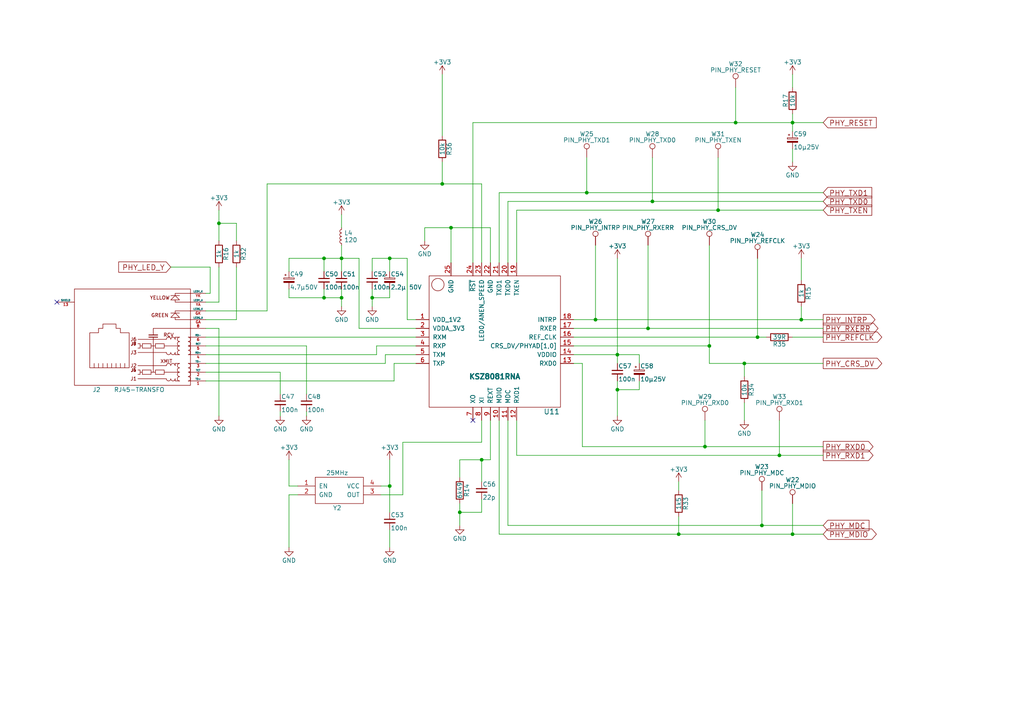
<source format=kicad_sch>
(kicad_sch (version 20231120) (generator "eeschema") (generator_version "8.0")
  (paper "A4")
  (lib_symbols
    (symbol "TEST4-rescue:+3.3V" (power) (pin_names (offset 0))
      (property "Value" "+3.3V" (at 0 3.556 0))
      (symbol "+3.3V_0_1"
        (polyline (pts (xy -0.762 1.27) (xy 0 2.54)))
        (polyline (pts (xy 0 0) (xy 0 2.54)))
        (polyline (pts (xy 0 2.54) (xy 0.762 1.27)))
      )
      (symbol "+3.3V_1_1"
        (pin power_in line (at 0 0 90) (length 0) hide (name "+3V3") (number "1"))
      )
    )
    (symbol "TEST4-rescue:CP_Small" (pin_numbers hide) (pin_names (offset 0.254) hide)
      (property "Reference" "C" (at 0.254 1.778 0))
      (property "Value" "CP_Small" (at 0.254 -2.032 0))
      (symbol "CP_Small_0_1"
        (rectangle (start -1.524 -0.3048) (end 1.524 -0.6858) (fill (type outline)))
        (rectangle (start -1.524 0.6858) (end 1.524 0.3048))
        (polyline (pts (xy -1.27 1.524) (xy -0.762 1.524)))
        (polyline (pts (xy -1.016 1.27) (xy -1.016 1.778)))
      )
      (symbol "CP_Small_1_1"
        (pin passive line (at 0 2.54 270) (length 1.8542) (name "~") (number "1"))
        (pin passive line (at 0 -2.54 90) (length 1.8542) (name "~") (number "2"))
      )
    )
    (symbol "TEST4-rescue:C_Small" (pin_numbers hide) (pin_names (offset 0.254) hide)
      (property "Reference" "C" (at 0.254 1.778 0))
      (property "Value" "C_Small" (at 0.254 -2.032 0))
      (symbol "C_Small_0_1"
        (polyline (pts (xy -1.524 -0.508) (xy 1.524 -0.508)) (stroke (width 0.3302)))
        (polyline (pts (xy -1.524 0.508) (xy 1.524 0.508)) (stroke (width 0.3048)))
      )
      (symbol "C_Small_1_1"
        (pin passive line (at 0 2.54 270) (length 2.032) (name "~") (number "1"))
        (pin passive line (at 0 -2.54 90) (length 2.032) (name "~") (number "2"))
      )
    )
    (symbol "TEST4-rescue:GND" (power) (pin_names (offset 0))
      (property "Value" "GND" (at 0 -3.81 0))
      (symbol "GND_0_1"
        (polyline (pts (xy 0 0) (xy 0 -1.27) (xy 1.27 -1.27) (xy 0 -2.54) (xy -1.27 -1.27) (xy 0 -1.27)))
      )
      (symbol "GND_1_1"
        (pin power_in line (at 0 0 270) (length 0) hide (name "GND") (number "1"))
      )
    )
    (symbol "TEST4-rescue:KSZ8081RNA" (pin_names (offset 1.016))
      (property "Reference" "U" (at 16.51 -20.32 0))
      (property "Value" "KSZ8081RNA" (at 0 -10.16 0))
      (symbol "KSZ8081RNA_0_1"
        (rectangle (start -19.05 19.05) (end 19.05 -19.05))
        (circle (center -16.51 16.51) (radius 1.8034))
      )
      (symbol "KSZ8081RNA_1_1"
        (pin passive line (at -22.86 6.35 0) (length 3.81) (name "VDD_1V2") (number "1"))
        (pin passive line (at 1.27 -22.86 90) (length 3.81) (name "MDIO") (number "10"))
        (pin passive line (at 3.81 -22.86 90) (length 3.81) (name "MDC") (number "11"))
        (pin passive line (at 6.35 -22.86 90) (length 3.81) (name "RXD1") (number "12"))
        (pin passive line (at 22.86 -6.35 180) (length 3.81) (name "RXD0") (number "13"))
        (pin passive line (at 22.86 -3.81 180) (length 3.81) (name "VDDIO") (number "14"))
        (pin passive line (at 22.86 -1.27 180) (length 3.81) (name "CRS_DV/PHYAD[1,0]") (number "15"))
        (pin passive line (at 22.86 1.27 180) (length 3.81) (name "REF_CLK") (number "16"))
        (pin passive line (at 22.86 3.81 180) (length 3.81) (name "RXER") (number "17"))
        (pin passive line (at 22.86 6.35 180) (length 3.81) (name "INTRP") (number "18"))
        (pin passive line (at 6.35 22.86 270) (length 3.81) (name "TXEN") (number "19"))
        (pin passive line (at -22.86 3.81 0) (length 3.81) (name "VDDA_3V3") (number "2"))
        (pin passive line (at 3.81 22.86 270) (length 3.81) (name "TXD0") (number "20"))
        (pin passive line (at 1.27 22.86 270) (length 3.81) (name "TXD1") (number "21"))
        (pin passive line (at -1.27 22.86 270) (length 3.81) (name "GND") (number "22"))
        (pin passive line (at -3.81 22.86 270) (length 3.81) (name "LED0/ANEN_SPEED") (number "23"))
        (pin passive line (at -6.35 22.86 270) (length 3.81) (name "~{RST}") (number "24"))
        (pin passive line (at -12.7 22.86 270) (length 3.81) (name "GND") (number "25"))
        (pin passive line (at -22.86 1.27 0) (length 3.81) (name "RXM") (number "3"))
        (pin passive line (at -22.86 -1.27 0) (length 3.81) (name "RXP") (number "4"))
        (pin passive line (at -22.86 -3.81 0) (length 3.81) (name "TXM") (number "5"))
        (pin passive line (at -22.86 -6.35 0) (length 3.81) (name "TXP") (number "6"))
        (pin passive line (at -6.35 -22.86 90) (length 3.81) (name "XO") (number "7"))
        (pin passive line (at -3.81 -22.86 90) (length 3.81) (name "XI") (number "8"))
        (pin passive line (at -1.27 -22.86 90) (length 3.81) (name "REXT") (number "9"))
      )
    )
    (symbol "TEST4-rescue:L_Small" (pin_numbers hide) (pin_names (offset 0.254) hide)
      (property "Reference" "L" (at 0.762 1.016 0))
      (property "Value" "L_Small" (at 0.762 -1.016 0))
      (symbol "L_Small_0_1"
        (arc (start 0 -1.016) (mid -0.508 -1.524) (end 0 -2.032))
        (arc (start 0 0) (mid -0.508 -0.508) (end 0 -1.016))
        (arc (start 0 1.016) (mid -0.508 0.508) (end 0 0))
        (arc (start 0 2.032) (mid -0.508 1.524) (end 0 1.016))
      )
      (symbol "L_Small_1_1"
        (pin passive line (at 0 2.54 270) (length 0.508) (name "~") (number "1"))
        (pin passive line (at 0 -2.54 90) (length 0.508) (name "~") (number "2"))
      )
    )
    (symbol "TEST4-rescue:OSC_XO91" (pin_names (offset 1.016))
      (property "Reference" "Y" (at 0 -5.08 0))
      (property "Value" "OSC_XO91" (at 0 5.08 0))
      (symbol "OSC_XO91_0_1"
        (rectangle (start -6.35 3.81) (end 7.62 -3.81))
      )
      (symbol "OSC_XO91_1_1"
        (pin input line (at -11.43 1.27 0) (length 5.08) (name "EN") (number "1"))
        (pin power_in line (at -11.43 -1.27 0) (length 5.08) (name "GND") (number "2"))
        (pin input line (at 12.7 -1.27 180) (length 5.08) (name "OUT") (number "3"))
        (pin power_in line (at 12.7 1.27 180) (length 5.08) (name "VCC") (number "4"))
      )
    )
    (symbol "TEST4-rescue:R" (pin_numbers hide) (pin_names (offset 0))
      (property "Reference" "R" (at 2.032 0 90))
      (property "Value" "R" (at 0 0 90))
      (symbol "R_0_1"
        (rectangle (start -1.016 -2.54) (end 1.016 2.54) (stroke (width 0.254)))
      )
      (symbol "R_1_1"
        (pin passive line (at 0 3.81 270) (length 1.27) (name "~") (number "1"))
        (pin passive line (at 0 -3.81 90) (length 1.27) (name "~") (number "2"))
      )
    )
    (symbol "TEST4-rescue:RJ45-TRANSFO" (pin_names (offset 0))
      (property "Reference" "J" (at 2.54 15.24 0))
      (property "Value" "RJ45-TRANSFO" (at -1.27 15.24 0))
      (symbol "RJ45-TRANSFO_0_0"
        (polyline (pts (xy -17.78 -12.065) (xy -20.32 -12.065) (xy -20.32 -12.065)))
        (polyline (pts (xy -17.78 -6.985) (xy -20.32 -6.985) (xy -20.32 -6.985)))
        (polyline (pts (xy -12.7 2.54) (xy -12.7 0) (xy -12.7 0)))
        (polyline (pts (xy -12.7 10.16) (xy -12.7 2.54) (xy -12.7 2.54)))
        (polyline (pts (xy -11.43 -0.635) (xy -13.97 -0.635) (xy -13.97 -0.635)) (stroke (width 0.254)))
        (polyline (pts (xy -8.89 2.54) (xy -9.525 2.54) (xy -9.525 2.54)))
        (polyline (pts (xy -8.89 10.16) (xy -9.525 10.16) (xy -9.525 10.16)))
        (polyline (pts (xy -23.495 -12.7) (xy -19.05 -12.7) (xy -19.05 -12.065) (xy -19.05 -12.065)))
        (polyline (pts (xy -23.495 -10.16) (xy -19.05 -10.16) (xy -19.05 -10.795) (xy -19.05 -10.795)))
        (polyline (pts (xy -23.495 -5.08) (xy -19.05 -5.08) (xy -19.05 -5.715) (xy -19.05 -5.715)))
        (polyline (pts (xy -19.05 -6.985) (xy -19.05 -7.62) (xy -23.495 -7.62) (xy -22.86 -7.62)))
        (polyline (pts (xy -12.7 -0.635) (xy -12.7 -2.54) (xy -23.495 -2.54) (xy -22.225 -2.54)))
        (polyline (pts (xy -11.43 0) (xy -13.335 0) (xy -13.97 0) (xy -13.97 0)) (stroke (width 0.254)))
        (polyline (pts (xy -20.32 -5.715) (xy -17.78 -5.715) (xy -19.05 -6.985) (xy -20.32 -5.715) (xy -20.32 -5.715)))
        (polyline (pts (xy -17.78 -10.795) (xy -20.32 -10.795) (xy -19.05 -12.065) (xy -17.78 -10.795) (xy -17.78 -10.795)))
        (polyline (pts (xy -8.255 3.175) (xy -8.89 3.175) (xy -8.89 1.905) (xy -8.255 1.905) (xy -8.255 1.905)))
        (polyline (pts (xy -8.255 10.795) (xy -8.89 10.795) (xy -8.89 9.525) (xy -8.255 9.525) (xy -8.255 9.525)))
        (text "GREEN" (at -14.605 -6.35 0) (effects (font (size 1.016 1.016))))
        (text "J1" (at -6.985 12.065 0) (effects (font (size 1.016 1.016))))
        (text "J2" (at -6.985 8.255 0) (effects (font (size 1.016 1.016))))
        (text "J3" (at -6.985 4.445 0) (effects (font (size 1.016 1.016))))
        (text "J4" (at -6.985 10.16 0) (effects (font (size 0.889 0.889)) (justify bottom)))
        (text "J5" (at -6.985 9.525 0) (effects (font (size 0.889 0.889))))
        (text "J6" (at -6.985 0.635 0) (effects (font (size 1.016 1.016))))
        (text "J7" (at -6.985 2.54 0) (effects (font (size 0.889 0.889)) (justify bottom)))
        (text "J8" (at -6.985 1.905 0) (effects (font (size 0.889 0.889))))
        (text "RCV" (at -17.145 -0.635 0) (effects (font (size 1.016 1.016))))
        (text "XMIT" (at -16.51 6.985 0) (effects (font (size 1.016 1.016))))
        (text "YELLOW" (at -14.605 -11.43 0) (effects (font (size 1.016 1.016))))
      )
      (symbol "RJ45-TRANSFO_0_1"
        (rectangle (start -23.495 -13.97) (end 10.16 13.97))
        (arc (start -22.86 1.27) (mid -23.495 0.635) (end -22.86 0))
        (arc (start -22.86 2.54) (mid -23.495 1.905) (end -22.86 1.27))
        (arc (start -22.86 3.81) (mid -23.495 3.175) (end -22.86 2.54))
        (arc (start -22.86 5.08) (mid -23.495 4.445) (end -22.86 3.81))
        (arc (start -22.86 8.89) (mid -23.495 8.255) (end -22.86 7.62))
        (arc (start -22.86 10.16) (mid -23.495 9.525) (end -22.86 8.89))
        (arc (start -22.86 11.43) (mid -23.495 10.795) (end -22.86 10.16))
        (arc (start -22.86 12.7) (mid -23.495 12.065) (end -22.86 11.43))
        (arc (start -20.32 0) (mid -19.685 0.635) (end -20.32 1.27))
        (arc (start -20.32 1.27) (mid -19.685 1.905) (end -20.32 2.54))
        (arc (start -20.32 2.54) (mid -19.685 3.175) (end -20.32 3.81))
        (arc (start -20.32 3.81) (mid -19.685 4.445) (end -20.32 5.08))
        (arc (start -20.32 7.62) (mid -19.685 8.255) (end -20.32 8.89))
        (arc (start -20.32 8.89) (mid -19.685 9.525) (end -20.32 10.16))
        (arc (start -20.32 10.16) (mid -19.685 10.795) (end -20.32 11.43))
        (arc (start -20.32 11.43) (mid -19.685 12.065) (end -20.32 12.7))
        (arc (start -19.05 0.635) (mid -18.415 0) (end -17.78 0.635))
        (arc (start -19.05 8.255) (mid -18.415 7.62) (end -17.78 8.255))
        (arc (start -17.78 0.635) (mid -17.145 0) (end -16.51 0.635))
        (arc (start -17.78 4.445) (mid -18.415 5.08) (end -19.05 4.445))
        (arc (start -17.78 8.255) (mid -17.145 7.62) (end -16.51 8.255))
        (arc (start -17.78 12.065) (mid -18.415 12.7) (end -19.05 12.065))
        (arc (start -16.51 4.445) (mid -17.145 5.08) (end -17.78 4.445))
        (arc (start -16.51 12.065) (mid -17.145 12.7) (end -17.78 12.065))
        (rectangle (start -15.875 3.175) (end -13.335 1.905))
        (rectangle (start -15.875 10.795) (end -13.335 9.525))
        (rectangle (start -12.065 3.175) (end -9.525 1.905))
        (rectangle (start -12.065 10.795) (end -9.525 9.525))
        (polyline (pts (xy -22.86 0) (xy -23.495 0) (xy -23.495 0)))
        (polyline (pts (xy -22.86 2.54) (xy -23.495 2.54) (xy -23.495 2.54)))
        (polyline (pts (xy -22.86 5.08) (xy -23.495 5.08) (xy -23.495 5.08)))
        (polyline (pts (xy -22.86 7.62) (xy -23.495 7.62) (xy -23.495 7.62)))
        (polyline (pts (xy -22.86 10.16) (xy -23.495 10.16) (xy -23.495 10.16)))
        (polyline (pts (xy -16.51 0.635) (xy -8.255 0.635) (xy -8.255 0.635)))
        (polyline (pts (xy -16.51 4.445) (xy -8.255 4.445) (xy -8.255 4.445)))
        (polyline (pts (xy -16.51 8.255) (xy -8.255 8.255) (xy -8.255 8.255)))
        (polyline (pts (xy -16.51 12.065) (xy -8.255 12.065) (xy -8.255 12.065)))
        (polyline (pts (xy -13.335 2.54) (xy -12.065 2.54) (xy -12.065 2.54)))
        (polyline (pts (xy -13.335 10.16) (xy -12.065 10.16) (xy -12.065 10.16)))
        (polyline (pts (xy -4.445 7.62) (xy -4.445 8.89) (xy -4.445 8.89)))
        (polyline (pts (xy -3.175 8.89) (xy -3.175 7.62) (xy -3.175 7.62)))
        (polyline (pts (xy -1.905 8.89) (xy -1.905 7.62) (xy -1.905 7.62)))
        (polyline (pts (xy -0.635 8.89) (xy -0.635 7.62) (xy -0.635 7.62)))
        (polyline (pts (xy 0.635 8.89) (xy 0.635 7.62) (xy 0.635 7.62)))
        (polyline (pts (xy 1.905 8.89) (xy 1.905 7.62) (xy 1.905 7.62)))
        (polyline (pts (xy 3.175 7.62) (xy 3.175 8.89) (xy 3.175 8.89)))
        (polyline (pts (xy 4.445 7.62) (xy 4.445 8.89) (xy 4.445 8.89)))
        (polyline (pts (xy -22.86 12.7) (xy -23.495 12.7) (xy -23.495 12.7) (xy -23.495 12.7)))
        (polyline (pts (xy -19.05 0.635) (xy -19.05 0) (xy -20.32 0) (xy -20.32 0)))
        (polyline (pts (xy -19.05 8.255) (xy -19.05 7.62) (xy -20.32 7.62) (xy -20.32 7.62)))
        (polyline (pts (xy -15.875 2.54) (xy -20.32 2.54) (xy -20.32 2.54) (xy -20.32 2.54)))
        (polyline (pts (xy -15.875 10.16) (xy -20.32 10.16) (xy -20.32 10.16) (xy -20.32 10.16)))
        (polyline (pts (xy -20.32 5.08) (xy -19.05 5.08) (xy -19.05 4.445) (xy -19.05 4.445) (xy -19.05 4.445) (xy -19.05 4.445)))
        (polyline (pts (xy -20.32 12.7) (xy -19.05 12.7) (xy -19.05 12.065) (xy -19.05 12.065) (xy -19.05 12.065) (xy -19.05 12.065)))
        (polyline (pts (xy -5.715 8.89) (xy 5.715 8.89) (xy 5.715 -1.27) (xy 3.175 -1.27) (xy 3.175 -2.54) (xy 1.905 -2.54) (xy 1.905 -3.81) (xy -1.905 -3.81) (xy -1.905 -2.54) (xy -3.175 -2.54) (xy -3.175 -1.27) (xy -5.715 -1.27) (xy -5.715 8.89) (xy -5.715 8.89)))
      )
      (symbol "RJ45-TRANSFO_1_1"
        (pin passive line (at -27.94 12.7 0) (length 4.445) (name "TD+") (number "1"))
        (pin passive line (at 15.24 -10.16 180) (length 5.08) (name "SHIELD") (number "13"))
        (pin passive line (at -27.94 10.16 0) (length 4.445) (name "TCT") (number "2"))
        (pin passive line (at -27.94 7.62 0) (length 4.445) (name "TD-") (number "3"))
        (pin passive line (at -27.94 5.08 0) (length 4.445) (name "RD+") (number "4"))
        (pin passive line (at -27.94 2.54 0) (length 4.445) (name "RCT") (number "5"))
        (pin passive line (at -27.94 0 0) (length 4.445) (name "RD-") (number "6"))
        (pin passive line (at -27.94 -2.54 0) (length 4.445) (name "~") (number "8"))
        (pin passive line (at -27.94 -5.08 0) (length 4.445) (name "LEDG_A") (number "GA"))
        (pin passive line (at -27.94 -7.62 0) (length 4.445) (name "LEDG_K") (number "GK"))
        (pin passive line (at -27.94 -10.16 0) (length 4.445) (name "LEDY_A") (number "YA"))
        (pin passive line (at -27.94 -12.7 0) (length 4.445) (name "LEDY_K") (number "YK"))
      )
    )
    (symbol "TEST4-rescue:TEST_1P" (pin_numbers hide) (pin_names (offset 0.762) hide)
      (property "Reference" "W" (at 0 6.858 0))
      (property "Value" "TEST_1P" (at 0 5.08 0))
      (symbol "TEST_1P_0_1"
        (circle (center 0 3.302) (radius 0.762))
      )
      (symbol "TEST_1P_1_1"
        (pin passive line (at 0 0 90) (length 2.54) (name "1") (number "1"))
      )
    )
  )
  (junction (at 63.5 64.77))
  (junction (at 226.06 132.08))
  (junction (at 128.27 53.34))
  (junction (at 187.96 95.25))
  (junction (at 113.03 140.97))
  (junction (at 93.98 74.93))
  (junction (at 219.71 97.79))
  (junction (at 133.35 148.59))
  (junction (at 204.47 129.54))
  (junction (at 113.03 74.93))
  (junction (at 232.41 92.71))
  (junction (at 229.87 154.94))
  (junction (at 215.9 105.41))
  (junction (at 220.98 152.4))
  (junction (at 93.98 86.36))
  (junction (at 179.07 113.03))
  (junction (at 196.85 154.94))
  (junction (at 205.74 100.33))
  (junction (at 179.07 102.87))
  (junction (at 99.06 86.36))
  (junction (at 107.95 86.36))
  (junction (at 130.81 66.04))
  (junction (at 170.18 55.88))
  (junction (at 172.72 92.71))
  (junction (at 189.23 58.42))
  (junction (at 229.87 35.56))
  (junction (at 213.36 35.56))
  (junction (at 139.7 133.35))
  (junction (at 208.28 60.96))
  (junction (at 99.06 74.93))
  (no_connect (at 16.51 87.63))
  (no_connect (at 137.16 121.92))
  (wire (pts (xy 128.27 53.34) (xy 139.7 53.34)))
  (wire (pts (xy 229.87 43.18) (xy 229.87 46.99)))
  (wire (pts (xy 111.76 102.87) (xy 120.65 102.87)))
  (wire (pts (xy 170.18 45.72) (xy 170.18 55.88)))
  (wire (pts (xy 185.42 113.03) (xy 179.07 113.03)))
  (wire (pts (xy 215.9 116.84) (xy 215.9 121.92)))
  (wire (pts (xy 77.47 53.34) (xy 77.47 90.17)))
  (wire (pts (xy 113.03 158.75) (xy 113.03 153.67)))
  (wire (pts (xy 229.87 35.56) (xy 229.87 38.1)))
  (wire (pts (xy 179.07 113.03) (xy 179.07 120.65)))
  (wire (pts (xy 63.5 64.77) (xy 68.58 64.77)))
  (wire (pts (xy 88.9 119.38) (xy 88.9 120.65)))
  (wire (pts (xy 63.5 87.63) (xy 59.69 87.63)))
  (wire (pts (xy 113.03 133.35) (xy 113.03 140.97)))
  (wire (pts (xy 130.81 66.04) (xy 130.81 76.2)))
  (wire (pts (xy 196.85 149.86) (xy 196.85 154.94)))
  (wire (pts (xy 107.95 86.36) (xy 107.95 88.9)))
  (wire (pts (xy 128.27 46.99) (xy 128.27 53.34)))
  (wire (pts (xy 232.41 74.93) (xy 232.41 81.28)))
  (wire (pts (xy 133.35 148.59) (xy 133.35 152.4)))
  (wire (pts (xy 83.82 83.82) (xy 83.82 86.36)))
  (wire (pts (xy 68.58 92.71) (xy 59.69 92.71)))
  (wire (pts (xy 60.96 85.09) (xy 60.96 77.47)))
  (wire (pts (xy 166.37 95.25) (xy 187.96 95.25)))
  (wire (pts (xy 149.86 132.08) (xy 226.06 132.08)))
  (wire (pts (xy 179.07 74.93) (xy 179.07 102.87)))
  (wire (pts (xy 109.22 102.87) (xy 109.22 100.33)))
  (wire (pts (xy 205.74 100.33) (xy 205.74 105.41)))
  (wire (pts (xy 114.3 105.41) (xy 120.65 105.41)))
  (wire (pts (xy 170.18 55.88) (xy 238.76 55.88)))
  (wire (pts (xy 229.87 154.94) (xy 238.76 154.94)))
  (wire (pts (xy 187.96 95.25) (xy 238.76 95.25)))
  (wire (pts (xy 63.5 64.77) (xy 63.5 69.85)))
  (wire (pts (xy 147.32 58.42) (xy 147.32 76.2)))
  (wire (pts (xy 113.03 140.97) (xy 113.03 148.59)))
  (wire (pts (xy 149.86 76.2) (xy 149.86 60.96)))
  (wire (pts (xy 113.03 140.97) (xy 110.49 140.97)))
  (wire (pts (xy 118.11 92.71) (xy 118.11 74.93)))
  (wire (pts (xy 229.87 21.59) (xy 229.87 25.4)))
  (wire (pts (xy 185.42 102.87) (xy 185.42 105.41)))
  (wire (pts (xy 59.69 102.87) (xy 109.22 102.87)))
  (wire (pts (xy 81.28 107.95) (xy 81.28 114.3)))
  (wire (pts (xy 59.69 95.25) (xy 63.5 95.25)))
  (wire (pts (xy 189.23 58.42) (xy 238.76 58.42)))
  (wire (pts (xy 63.5 60.96) (xy 63.5 64.77)))
  (wire (pts (xy 205.74 105.41) (xy 215.9 105.41)))
  (wire (pts (xy 133.35 148.59) (xy 139.7 148.59)))
  (wire (pts (xy 179.07 102.87) (xy 185.42 102.87)))
  (wire (pts (xy 81.28 119.38) (xy 81.28 120.65)))
  (wire (pts (xy 166.37 105.41) (xy 168.91 105.41)))
  (wire (pts (xy 196.85 139.7) (xy 196.85 142.24)))
  (wire (pts (xy 83.82 143.51) (xy 86.36 143.51)))
  (wire (pts (xy 172.72 71.12) (xy 172.72 92.71)))
  (wire (pts (xy 172.72 92.71) (xy 232.41 92.71)))
  (wire (pts (xy 168.91 105.41) (xy 168.91 129.54)))
  (wire (pts (xy 137.16 35.56) (xy 137.16 76.2)))
  (wire (pts (xy 144.78 154.94) (xy 196.85 154.94)))
  (wire (pts (xy 113.03 83.82) (xy 113.03 86.36)))
  (wire (pts (xy 229.87 35.56) (xy 238.76 35.56)))
  (wire (pts (xy 205.74 71.12) (xy 205.74 100.33)))
  (wire (pts (xy 142.24 133.35) (xy 142.24 121.92)))
  (wire (pts (xy 93.98 83.82) (xy 93.98 86.36)))
  (wire (pts (xy 166.37 100.33) (xy 205.74 100.33)))
  (wire (pts (xy 144.78 121.92) (xy 144.78 154.94)))
  (wire (pts (xy 139.7 133.35) (xy 142.24 133.35)))
  (wire (pts (xy 113.03 74.93) (xy 113.03 78.74)))
  (wire (pts (xy 168.91 129.54) (xy 204.47 129.54)))
  (wire (pts (xy 189.23 45.72) (xy 189.23 58.42)))
  (wire (pts (xy 116.84 128.27) (xy 139.7 128.27)))
  (wire (pts (xy 128.27 21.59) (xy 128.27 39.37)))
  (wire (pts (xy 166.37 97.79) (xy 219.71 97.79)))
  (wire (pts (xy 93.98 86.36) (xy 99.06 86.36)))
  (wire (pts (xy 93.98 74.93) (xy 83.82 74.93)))
  (wire (pts (xy 137.16 35.56) (xy 213.36 35.56)))
  (wire (pts (xy 232.41 92.71) (xy 238.76 92.71)))
  (wire (pts (xy 147.32 121.92) (xy 147.32 152.4)))
  (wire (pts (xy 59.69 85.09) (xy 60.96 85.09)))
  (wire (pts (xy 99.06 71.12) (xy 99.06 74.93)))
  (wire (pts (xy 147.32 58.42) (xy 189.23 58.42)))
  (wire (pts (xy 149.86 121.92) (xy 149.86 132.08)))
  (wire (pts (xy 59.69 107.95) (xy 81.28 107.95)))
  (wire (pts (xy 59.69 97.79) (xy 120.65 97.79)))
  (wire (pts (xy 133.35 133.35) (xy 139.7 133.35)))
  (wire (pts (xy 232.41 88.9) (xy 232.41 92.71)))
  (wire (pts (xy 133.35 138.43) (xy 133.35 133.35)))
  (wire (pts (xy 123.19 66.04) (xy 130.81 66.04)))
  (wire (pts (xy 208.28 45.72) (xy 208.28 60.96)))
  (wire (pts (xy 215.9 105.41) (xy 238.76 105.41)))
  (wire (pts (xy 59.69 110.49) (xy 114.3 110.49)))
  (wire (pts (xy 229.87 97.79) (xy 238.76 97.79)))
  (wire (pts (xy 220.98 142.24) (xy 220.98 152.4)))
  (wire (pts (xy 83.82 74.93) (xy 83.82 78.74)))
  (wire (pts (xy 215.9 105.41) (xy 215.9 109.22)))
  (wire (pts (xy 88.9 100.33) (xy 88.9 114.3)))
  (wire (pts (xy 63.5 95.25) (xy 63.5 120.65)))
  (wire (pts (xy 110.49 143.51) (xy 116.84 143.51)))
  (wire (pts (xy 107.95 74.93) (xy 107.95 78.74)))
  (wire (pts (xy 142.24 66.04) (xy 142.24 76.2)))
  (wire (pts (xy 133.35 146.05) (xy 133.35 148.59)))
  (wire (pts (xy 59.69 100.33) (xy 88.9 100.33)))
  (wire (pts (xy 113.03 74.93) (xy 107.95 74.93)))
  (wire (pts (xy 147.32 152.4) (xy 220.98 152.4)))
  (wire (pts (xy 118.11 74.93) (xy 113.03 74.93)))
  (wire (pts (xy 185.42 110.49) (xy 185.42 113.03)))
  (wire (pts (xy 226.06 121.92) (xy 226.06 132.08)))
  (wire (pts (xy 99.06 74.93) (xy 99.06 78.74)))
  (wire (pts (xy 111.76 105.41) (xy 111.76 102.87)))
  (wire (pts (xy 116.84 143.51) (xy 116.84 128.27)))
  (wire (pts (xy 204.47 121.92) (xy 204.47 129.54)))
  (wire (pts (xy 123.19 69.85) (xy 123.19 66.04)))
  (wire (pts (xy 226.06 132.08) (xy 238.76 132.08)))
  (wire (pts (xy 229.87 33.02) (xy 229.87 35.56)))
  (wire (pts (xy 166.37 102.87) (xy 179.07 102.87)))
  (wire (pts (xy 196.85 154.94) (xy 229.87 154.94)))
  (wire (pts (xy 139.7 121.92) (xy 139.7 128.27)))
  (wire (pts (xy 63.5 77.47) (xy 63.5 87.63)))
  (wire (pts (xy 68.58 77.47) (xy 68.58 92.71)))
  (wire (pts (xy 83.82 158.75) (xy 83.82 143.51)))
  (wire (pts (xy 220.98 152.4) (xy 238.76 152.4)))
  (wire (pts (xy 107.95 83.82) (xy 107.95 86.36)))
  (wire (pts (xy 144.78 55.88) (xy 144.78 76.2)))
  (wire (pts (xy 109.22 100.33) (xy 120.65 100.33)))
  (wire (pts (xy 77.47 90.17) (xy 59.69 90.17)))
  (wire (pts (xy 187.96 71.12) (xy 187.96 95.25)))
  (wire (pts (xy 139.7 133.35) (xy 139.7 139.7)))
  (wire (pts (xy 93.98 74.93) (xy 93.98 78.74)))
  (wire (pts (xy 204.47 129.54) (xy 238.76 129.54)))
  (wire (pts (xy 60.96 77.47) (xy 49.53 77.47)))
  (wire (pts (xy 208.28 60.96) (xy 238.76 60.96)))
  (wire (pts (xy 83.82 140.97) (xy 86.36 140.97)))
  (wire (pts (xy 149.86 60.96) (xy 208.28 60.96)))
  (wire (pts (xy 166.37 92.71) (xy 172.72 92.71)))
  (wire (pts (xy 99.06 86.36) (xy 99.06 88.9)))
  (wire (pts (xy 77.47 53.34) (xy 128.27 53.34)))
  (wire (pts (xy 213.36 35.56) (xy 229.87 35.56)))
  (wire (pts (xy 213.36 25.4) (xy 213.36 35.56)))
  (wire (pts (xy 99.06 74.93) (xy 93.98 74.93)))
  (wire (pts (xy 130.81 66.04) (xy 142.24 66.04)))
  (wire (pts (xy 99.06 62.23) (xy 99.06 66.04)))
  (wire (pts (xy 68.58 64.77) (xy 68.58 69.85)))
  (wire (pts (xy 219.71 74.93) (xy 219.71 97.79)))
  (wire (pts (xy 219.71 97.79) (xy 222.25 97.79)))
  (wire (pts (xy 139.7 53.34) (xy 139.7 76.2)))
  (wire (pts (xy 144.78 55.88) (xy 170.18 55.88)))
  (wire (pts (xy 59.69 105.41) (xy 111.76 105.41)))
  (wire (pts (xy 83.82 86.36) (xy 93.98 86.36)))
  (wire (pts (xy 229.87 146.05) (xy 229.87 154.94)))
  (wire (pts (xy 99.06 83.82) (xy 99.06 86.36)))
  (wire (pts (xy 114.3 110.49) (xy 114.3 105.41)))
  (wire (pts (xy 83.82 133.35) (xy 83.82 140.97)))
  (wire (pts (xy 104.14 95.25) (xy 104.14 74.93)))
  (wire (pts (xy 139.7 148.59) (xy 139.7 144.78)))
  (wire (pts (xy 179.07 102.87) (xy 179.07 105.41)))
  (wire (pts (xy 113.03 86.36) (xy 107.95 86.36)))
  (wire (pts (xy 179.07 110.49) (xy 179.07 113.03)))
  (wire (pts (xy 120.65 95.25) (xy 104.14 95.25)))
  (wire (pts (xy 104.14 74.93) (xy 99.06 74.93)))
  (wire (pts (xy 120.65 92.71) (xy 118.11 92.71)))
  (global_label "PHY_MDC" (shape input) (at 238.76 152.4 0) (effects (font (size 1.524 1.524))) (property "Intersheetrefs" "${INTERSHEET_REFS}" (effects (hide yes))))
  (global_label "PHY_RXD1" (shape output) (at 238.76 132.08 0) (effects (font (size 1.524 1.524))) (property "Intersheetrefs" "${INTERSHEET_REFS}" (effects (hide yes))))
  (global_label "PHY_CRS_DV" (shape output) (at 238.76 105.41 0) (effects (font (size 1.524 1.524))) (property "Intersheetrefs" "${INTERSHEET_REFS}" (effects (hide yes))))
  (global_label "PHY_INTRP" (shape output) (at 238.76 92.71 0) (effects (font (size 1.524 1.524))) (property "Intersheetrefs" "${INTERSHEET_REFS}" (effects (hide yes))))
  (global_label "PHY_TXEN" (shape input) (at 238.76 60.96 0) (effects (font (size 1.524 1.524))) (property "Intersheetrefs" "${INTERSHEET_REFS}" (effects (hide yes))))
  (global_label "PHY_REFCLK" (shape output) (at 238.76 97.79 0) (effects (font (size 1.524 1.524))) (property "Intersheetrefs" "${INTERSHEET_REFS}" (effects (hide yes))))
  (global_label "PHY_RXERR" (shape output) (at 238.76 95.25 0) (effects (font (size 1.524 1.524))) (property "Intersheetrefs" "${INTERSHEET_REFS}" (effects (hide yes))))
  (global_label "PHY_MDIO" (shape bidirectional) (at 238.76 154.94 0) (effects (font (size 1.524 1.524))) (property "Intersheetrefs" "${INTERSHEET_REFS}" (effects (hide yes))))
  (global_label "PHY_TXD0" (shape input) (at 238.76 58.42 0) (effects (font (size 1.524 1.524))) (property "Intersheetrefs" "${INTERSHEET_REFS}" (effects (hide yes))))
  (global_label "PHY_RESET" (shape input) (at 238.76 35.56 0) (effects (font (size 1.524 1.524))) (property "Intersheetrefs" "${INTERSHEET_REFS}" (effects (hide yes))))
  (global_label "PHY_TXD1" (shape input) (at 238.76 55.88 0) (effects (font (size 1.524 1.524))) (property "Intersheetrefs" "${INTERSHEET_REFS}" (effects (hide yes))))
  (global_label "PHY_RXD0" (shape output) (at 238.76 129.54 0) (effects (font (size 1.524 1.524))) (property "Intersheetrefs" "${INTERSHEET_REFS}" (effects (hide yes))))
  (global_label "PHY_LED_Y" (shape input) (at 49.53 77.47 180) (effects (font (size 1.524 1.524))) (property "Intersheetrefs" "${INTERSHEET_REFS}" (effects (hide yes))))
  (symbol (lib_name "TEST4-rescue:KSZ8081RNA") (lib_id "TEST4-rescue:KSZ8081RNA") (at 143.51 99.06 0) (unit 1)
    (property "Reference" "U11" (at 160.02 119.38 0) (effects (font (size 1.524 1.524))))
    (property "Value" "KSZ8081RNA" (at 143.51 109.22 0) (effects (font (size 1.524 1.524) (bold yes))))
    (property "Footprint" "mylib:QFN-24-1EP_4x4mm_Pitch0.5mm" (effects (hide yes)))
  )
  (symbol (lib_name "TEST4-rescue:RJ45-TRANSFO") (lib_id "TEST4-rescue:RJ45-TRANSFO") (at 31.75 97.79 180) (unit 1)
    (property "Reference" "J2" (at 29.21 113.03 0) (effects (justify left)))
    (property "Value" "RJ45-TRANSFO" (at 33.02 113.03 0) (effects (justify right)))
    (property "Footprint" "mylib:RJ45_TRANSFO_CONNEX_11AC010X" (effects (hide yes)))
  )
  (symbol (lib_name "TEST4-rescue:GND") (lib_id "TEST4-rescue:GND") (at 81.28 120.65 0) (unit 1)
    (property "Reference" "#PWR094" (effects (hide yes)))
    (property "Value" "GND" (at 81.28 124.46 0))
  )
  (symbol (lib_name "TEST4-rescue:GND") (lib_id "TEST4-rescue:GND") (at 88.9 120.65 0) (unit 1)
    (property "Reference" "#PWR095" (effects (hide yes)))
    (property "Value" "GND" (at 88.9 124.46 0))
  )
  (symbol (lib_name "TEST4-rescue:C_Small") (lib_id "TEST4-rescue:C_Small") (at 81.28 116.84 0) (unit 1)
    (property "Reference" "C47" (at 81.534 115.062 0) (effects (justify left)))
    (property "Value" "100n" (at 81.534 118.872 0) (effects (justify left)))
    (property "Footprint" "mylib:C_1206" (effects (hide yes)))
  )
  (symbol (lib_name "TEST4-rescue:C_Small") (lib_id "TEST4-rescue:C_Small") (at 88.9 116.84 0) (unit 1)
    (property "Reference" "C48" (at 89.154 115.062 0) (effects (justify left)))
    (property "Value" "100n" (at 89.154 118.872 0) (effects (justify left)))
    (property "Footprint" "mylib:C_1206" (effects (hide yes)))
  )
  (symbol (lib_name "TEST4-rescue:CP_Small") (lib_id "TEST4-rescue:CP_Small") (at 113.03 81.28 0) (unit 1)
    (property "Reference" "C54" (at 113.284 79.502 0) (effects (justify left)))
    (property "Value" "2.2µ 50V" (at 113.284 83.312 0) (effects (justify left)))
    (property "Footprint" "mylib:C_1206" (effects (hide yes)))
  )
  (symbol (lib_name "TEST4-rescue:C_Small") (lib_id "TEST4-rescue:C_Small") (at 107.95 81.28 0) (unit 1)
    (property "Reference" "C52" (at 108.204 79.502 0) (effects (justify left)))
    (property "Value" "100n" (at 108.204 83.312 0) (effects (justify left)))
    (property "Footprint" "mylib:C_1206" (effects (hide yes)))
  )
  (symbol (lib_name "TEST4-rescue:C_Small") (lib_id "TEST4-rescue:C_Small") (at 93.98 81.28 0) (unit 1)
    (property "Reference" "C50" (at 94.234 79.502 0) (effects (justify left)))
    (property "Value" "100n" (at 94.234 83.312 0) (effects (justify left)))
    (property "Footprint" "mylib:C_1206" (effects (hide yes)))
  )
  (symbol (lib_name "TEST4-rescue:GND") (lib_id "TEST4-rescue:GND") (at 107.95 88.9 0) (unit 1)
    (property "Reference" "#PWR096" (effects (hide yes)))
    (property "Value" "GND" (at 107.95 92.71 0))
  )
  (symbol (lib_name "TEST4-rescue:CP_Small") (lib_id "TEST4-rescue:CP_Small") (at 83.82 81.28 0) (unit 1)
    (property "Reference" "C49" (at 84.074 79.502 0) (effects (justify left)))
    (property "Value" "4.7µ50V" (at 84.074 83.312 0) (effects (justify left)))
    (property "Footprint" "mylib:C_1206" (effects (hide yes)))
  )
  (symbol (lib_name "TEST4-rescue:C_Small") (lib_id "TEST4-rescue:C_Small") (at 99.06 81.28 0) (unit 1)
    (property "Reference" "C51" (at 99.314 79.502 0) (effects (justify left)))
    (property "Value" "100n" (at 99.314 83.312 0) (effects (justify left)))
    (property "Footprint" "mylib:C_1206" (effects (hide yes)))
  )
  (symbol (lib_name "TEST4-rescue:GND") (lib_id "TEST4-rescue:GND") (at 99.06 88.9 0) (unit 1)
    (property "Reference" "#PWR097" (effects (hide yes)))
    (property "Value" "GND" (at 99.06 92.71 0))
  )
  (symbol (lib_name "TEST4-rescue:+3.3V") (lib_id "TEST4-rescue:+3.3V") (at 99.06 62.23 0) (unit 1)
    (property "Reference" "#PWR098" (effects (hide yes)))
    (property "Value" "+3V3" (at 99.06 58.674 0))
  )
  (symbol (lib_name "TEST4-rescue:R") (lib_id "TEST4-rescue:R") (at 232.41 85.09 0) (unit 1)
    (property "Reference" "R15" (at 234.442 85.09 90))
    (property "Value" "1k" (at 232.41 85.09 90))
    (property "Footprint" "mylib:R_1206" (effects (hide yes)))
  )
  (symbol (lib_name "TEST4-rescue:+3.3V") (lib_id "TEST4-rescue:+3.3V") (at 232.41 74.93 0) (unit 1)
    (property "Reference" "#PWR099" (effects (hide yes)))
    (property "Value" "+3V3" (at 232.41 71.374 0))
  )
  (symbol (lib_name "TEST4-rescue:C_Small") (lib_id "TEST4-rescue:C_Small") (at 179.07 107.95 0) (unit 1)
    (property "Reference" "C57" (at 179.324 106.172 0) (effects (justify left)))
    (property "Value" "100n" (at 179.324 109.982 0) (effects (justify left)))
    (property "Footprint" "mylib:C_1206" (effects (hide yes)))
  )
  (symbol (lib_name "TEST4-rescue:+3.3V") (lib_id "TEST4-rescue:+3.3V") (at 179.07 74.93 0) (unit 1)
    (property "Reference" "#PWR0100" (effects (hide yes)))
    (property "Value" "+3V3" (at 179.07 71.374 0))
  )
  (symbol (lib_name "TEST4-rescue:R") (lib_id "TEST4-rescue:R") (at 133.35 142.24 0) (unit 1)
    (property "Reference" "R14" (at 135.382 142.24 90))
    (property "Value" "6k49" (at 133.35 142.24 90))
    (property "Footprint" "mylib:R_0805" (effects (hide yes)))
  )
  (symbol (lib_name "TEST4-rescue:C_Small") (lib_id "TEST4-rescue:C_Small") (at 139.7 142.24 0) (unit 1)
    (property "Reference" "C56" (at 139.954 140.462 0) (effects (justify left)))
    (property "Value" "22p" (at 139.954 144.272 0) (effects (justify left)))
    (property "Footprint" "mylib:C_1206" (effects (hide yes)))
  )
  (symbol (lib_name "TEST4-rescue:GND") (lib_id "TEST4-rescue:GND") (at 83.82 158.75 0) (unit 1)
    (property "Reference" "#PWR0101" (effects (hide yes)))
    (property "Value" "GND" (at 83.82 162.56 0))
  )
  (symbol (lib_name "TEST4-rescue:GND") (lib_id "TEST4-rescue:GND") (at 179.07 120.65 0) (unit 1)
    (property "Reference" "#PWR0102" (effects (hide yes)))
    (property "Value" "GND" (at 179.07 124.46 0))
  )
  (symbol (lib_name "TEST4-rescue:CP_Small") (lib_id "TEST4-rescue:CP_Small") (at 185.42 107.95 0) (unit 1)
    (property "Reference" "C58" (at 185.674 106.172 0) (effects (justify left)))
    (property "Value" "10µ25V" (at 185.674 109.982 0) (effects (justify left)))
    (property "Footprint" "mylib:C_1206" (effects (hide yes)))
  )
  (symbol (lib_name "TEST4-rescue:GND") (lib_id "TEST4-rescue:GND") (at 123.19 69.85 0) (unit 1)
    (property "Reference" "#PWR0103" (effects (hide yes)))
    (property "Value" "GND" (at 123.19 73.66 0))
  )
  (symbol (lib_name "TEST4-rescue:R") (lib_id "TEST4-rescue:R") (at 63.5 73.66 0) (unit 1)
    (property "Reference" "R16" (at 65.532 73.66 90))
    (property "Value" "1k" (at 63.5 73.66 90))
    (property "Footprint" "mylib:R_1206" (effects (hide yes)))
  )
  (symbol (lib_name "TEST4-rescue:+3.3V") (lib_id "TEST4-rescue:+3.3V") (at 63.5 60.96 0) (unit 1)
    (property "Reference" "#PWR0104" (effects (hide yes)))
    (property "Value" "+3V3" (at 63.5 57.404 0))
  )
  (symbol (lib_name "TEST4-rescue:GND") (lib_id "TEST4-rescue:GND") (at 63.5 120.65 0) (unit 1)
    (property "Reference" "#PWR0105" (effects (hide yes)))
    (property "Value" "GND" (at 63.5 124.46 0))
  )
  (symbol (lib_name "TEST4-rescue:CP_Small") (lib_id "TEST4-rescue:CP_Small") (at 229.87 40.64 0) (unit 1)
    (property "Reference" "C59" (at 230.124 38.862 0) (effects (justify left)))
    (property "Value" "10µ25V" (at 230.124 42.672 0) (effects (justify left)))
    (property "Footprint" "mylib:C_1206" (effects (hide yes)))
  )
  (symbol (lib_name "TEST4-rescue:GND") (lib_id "TEST4-rescue:GND") (at 229.87 46.99 0) (unit 1)
    (property "Reference" "#PWR0106" (effects (hide yes)))
    (property "Value" "GND" (at 229.87 50.8 0))
  )
  (symbol (lib_name "TEST4-rescue:R") (lib_id "TEST4-rescue:R") (at 229.87 29.21 180) (unit 1)
    (property "Reference" "R17" (at 227.838 29.21 90))
    (property "Value" "10k" (at 229.87 29.21 90))
    (property "Footprint" "mylib:R_1206" (effects (hide yes)))
  )
  (symbol (lib_name "TEST4-rescue:+3.3V") (lib_id "TEST4-rescue:+3.3V") (at 229.87 21.59 0) (unit 1)
    (property "Reference" "#PWR0107" (effects (hide yes)))
    (property "Value" "+3V3" (at 229.87 18.034 0))
  )
  (symbol (lib_name "TEST4-rescue:GND") (lib_id "TEST4-rescue:GND") (at 133.35 152.4 0) (unit 1)
    (property "Reference" "#PWR0108" (effects (hide yes)))
    (property "Value" "GND" (at 133.35 156.21 0))
  )
  (symbol (lib_name "TEST4-rescue:OSC_XO91") (lib_id "TEST4-rescue:OSC_XO91") (at 97.79 142.24 0) (unit 1)
    (property "Reference" "Y2" (at 97.79 147.32 0))
    (property "Value" "25MHz" (at 97.79 137.16 0))
    (property "Footprint" "mylib:TCXO_53" (effects (hide yes)))
  )
  (symbol (lib_name "TEST4-rescue:+3.3V") (lib_id "TEST4-rescue:+3.3V") (at 83.82 133.35 0) (unit 1)
    (property "Reference" "#PWR0109" (effects (hide yes)))
    (property "Value" "+3V3" (at 83.82 129.794 0))
  )
  (symbol (lib_name "TEST4-rescue:L_Small") (lib_id "TEST4-rescue:L_Small") (at 99.06 68.58 0) (unit 1)
    (property "Reference" "L4" (at 99.822 67.564 0) (effects (justify left)))
    (property "Value" "120" (at 99.822 69.596 0) (effects (justify left)))
    (property "Footprint" "mylib:C_1207_Reflow" (effects (hide yes)))
  )
  (symbol (lib_name "TEST4-rescue:TEST_1P") (lib_id "TEST4-rescue:TEST_1P") (at 229.87 146.05 0) (unit 1)
    (property "Reference" "W22" (at 229.87 139.192 0))
    (property "Value" "PIN_PHY_MDIO" (at 229.87 140.97 0))
    (property "Footprint" "mylib:TestPad_09mmDrill" (effects (hide yes)))
  )
  (symbol (lib_name "TEST4-rescue:TEST_1P") (lib_id "TEST4-rescue:TEST_1P") (at 220.98 142.24 0) (unit 1)
    (property "Reference" "W23" (at 220.98 135.382 0))
    (property "Value" "PIN_PHY_MDC" (at 220.98 137.16 0))
    (property "Footprint" "mylib:TestPad_09mmDrill" (effects (hide yes)))
  )
  (symbol (lib_name "TEST4-rescue:R") (lib_id "TEST4-rescue:R") (at 196.85 146.05 0) (unit 1)
    (property "Reference" "R33" (at 198.882 146.05 90))
    (property "Value" "1k5" (at 196.85 146.05 90))
    (property "Footprint" "mylib:R_1206" (effects (hide yes)))
  )
  (symbol (lib_name "TEST4-rescue:+3.3V") (lib_id "TEST4-rescue:+3.3V") (at 196.85 139.7 0) (unit 1)
    (property "Reference" "#PWR0110" (effects (hide yes)))
    (property "Value" "+3V3" (at 196.85 136.144 0))
  )
  (symbol (lib_name "TEST4-rescue:R") (lib_id "TEST4-rescue:R") (at 68.58 73.66 0) (unit 1)
    (property "Reference" "R32" (at 70.612 73.66 90))
    (property "Value" "1k" (at 68.58 73.66 90))
    (property "Footprint" "mylib:R_1206" (effects (hide yes)))
  )
  (symbol (lib_name "TEST4-rescue:R") (lib_id "TEST4-rescue:R") (at 215.9 113.03 0) (unit 1)
    (property "Reference" "R34" (at 217.932 113.03 90))
    (property "Value" "10k" (at 215.9 113.03 90))
    (property "Footprint" "mylib:R_1206" (effects (hide yes)))
  )
  (symbol (lib_name "TEST4-rescue:GND") (lib_id "TEST4-rescue:GND") (at 215.9 121.92 0) (unit 1)
    (property "Reference" "#PWR0111" (effects (hide yes)))
    (property "Value" "GND" (at 215.9 125.73 0))
  )
  (symbol (lib_name "TEST4-rescue:R") (lib_id "TEST4-rescue:R") (at 226.06 97.79 270) (unit 1)
    (property "Reference" "R35" (at 226.06 99.822 90))
    (property "Value" "39R" (at 226.06 97.79 90))
    (property "Footprint" "mylib:R_1206" (effects (hide yes)))
  )
  (symbol (lib_name "TEST4-rescue:TEST_1P") (lib_id "TEST4-rescue:TEST_1P") (at 219.71 74.93 0) (unit 1)
    (property "Reference" "W24" (at 219.71 68.072 0))
    (property "Value" "PIN_PHY_REFCLK" (at 219.71 69.85 0))
    (property "Footprint" "mylib:TestPad_09mmDrill" (effects (hide yes)))
  )
  (symbol (lib_name "TEST4-rescue:R") (lib_id "TEST4-rescue:R") (at 128.27 43.18 0) (unit 1)
    (property "Reference" "R36" (at 130.302 43.18 90))
    (property "Value" "10k" (at 128.27 43.18 90))
    (property "Footprint" "mylib:R_1206" (effects (hide yes)))
  )
  (symbol (lib_name "TEST4-rescue:+3.3V") (lib_id "TEST4-rescue:+3.3V") (at 128.27 21.59 0) (unit 1)
    (property "Reference" "#PWR0112" (effects (hide yes)))
    (property "Value" "+3V3" (at 128.27 18.034 0))
  )
  (symbol (lib_name "TEST4-rescue:TEST_1P") (lib_id "TEST4-rescue:TEST_1P") (at 213.36 25.4 0) (unit 1)
    (property "Reference" "W32" (at 213.36 18.542 0))
    (property "Value" "PIN_PHY_RESET" (at 213.36 20.32 0))
    (property "Footprint" "mylib:TestPad_09mmDrill" (effects (hide yes)))
  )
  (symbol (lib_name "TEST4-rescue:TEST_1P") (lib_id "TEST4-rescue:TEST_1P") (at 170.18 45.72 0) (unit 1)
    (property "Reference" "W25" (at 170.18 38.862 0))
    (property "Value" "PIN_PHY_TXD1" (at 170.18 40.64 0))
    (property "Footprint" "mylib:TestPad_09mmDrill" (effects (hide yes)))
  )
  (symbol (lib_name "TEST4-rescue:TEST_1P") (lib_id "TEST4-rescue:TEST_1P") (at 189.23 45.72 0) (unit 1)
    (property "Reference" "W28" (at 189.23 38.862 0))
    (property "Value" "PIN_PHY_TXD0" (at 189.23 40.64 0))
    (property "Footprint" "mylib:TestPad_09mmDrill" (effects (hide yes)))
  )
  (symbol (lib_name "TEST4-rescue:TEST_1P") (lib_id "TEST4-rescue:TEST_1P") (at 208.28 45.72 0) (unit 1)
    (property "Reference" "W31" (at 208.28 38.862 0))
    (property "Value" "PIN_PHY_TXEN" (at 208.28 40.64 0))
    (property "Footprint" "mylib:TestPad_09mmDrill" (effects (hide yes)))
  )
  (symbol (lib_name "TEST4-rescue:TEST_1P") (lib_id "TEST4-rescue:TEST_1P") (at 172.72 71.12 0) (unit 1)
    (property "Reference" "W26" (at 172.72 64.262 0))
    (property "Value" "PIN_PHY_INTRP" (at 172.72 66.04 0))
    (property "Footprint" "mylib:TestPad_09mmDrill" (effects (hide yes)))
  )
  (symbol (lib_name "TEST4-rescue:TEST_1P") (lib_id "TEST4-rescue:TEST_1P") (at 187.96 71.12 0) (unit 1)
    (property "Reference" "W27" (at 187.96 64.262 0))
    (property "Value" "PIN_PHY_RXERR" (at 187.96 66.04 0))
    (property "Footprint" "mylib:TestPad_09mmDrill" (effects (hide yes)))
  )
  (symbol (lib_name "TEST4-rescue:TEST_1P") (lib_id "TEST4-rescue:TEST_1P") (at 205.74 71.12 0) (unit 1)
    (property "Reference" "W30" (at 205.74 64.262 0))
    (property "Value" "PIN_PHY_CRS_DV" (at 205.74 66.04 0))
    (property "Footprint" "mylib:TestPad_09mmDrill" (effects (hide yes)))
  )
  (symbol (lib_name "TEST4-rescue:TEST_1P") (lib_id "TEST4-rescue:TEST_1P") (at 204.47 121.92 0) (unit 1)
    (property "Reference" "W29" (at 204.47 115.062 0))
    (property "Value" "PIN_PHY_RXD0" (at 204.47 116.84 0))
    (property "Footprint" "mylib:TestPad_09mmDrill" (effects (hide yes)))
  )
  (symbol (lib_name "TEST4-rescue:TEST_1P") (lib_id "TEST4-rescue:TEST_1P") (at 226.06 121.92 0) (unit 1)
    (property "Reference" "W33" (at 226.06 115.062 0))
    (property "Value" "PIN_PHY_RXD1" (at 226.06 116.84 0))
    (property "Footprint" "mylib:TestPad_09mmDrill" (effects (hide yes)))
  )
  (symbol (lib_name "TEST4-rescue:C_Small") (lib_id "TEST4-rescue:C_Small") (at 113.03 151.13 0) (unit 1)
    (property "Reference" "C53" (at 113.284 149.352 0) (effects (justify left)))
    (property "Value" "100n" (at 113.284 153.162 0) (effects (justify left)))
    (property "Footprint" "mylib:C_1206" (effects (hide yes)))
  )
  (symbol (lib_name "TEST4-rescue:GND") (lib_id "TEST4-rescue:GND") (at 113.03 158.75 0) (unit 1)
    (property "Reference" "#PWR0113" (effects (hide yes)))
    (property "Value" "GND" (at 113.03 162.56 0))
  )
  (symbol (lib_name "TEST4-rescue:+3.3V") (lib_id "TEST4-rescue:+3.3V") (at 113.03 133.35 0) (unit 1)
    (property "Reference" "#PWR0114" (effects (hide yes)))
    (property "Value" "+3V3" (at 113.03 129.794 0))
  )
)
</source>
